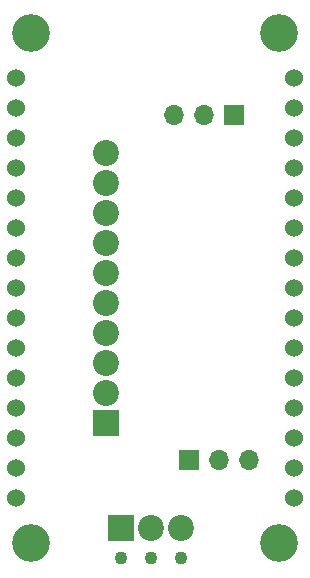
<source format=gbr>
%TF.GenerationSoftware,KiCad,Pcbnew,7.0.10*%
%TF.CreationDate,2024-03-01T13:19:40+01:00*%
%TF.ProjectId,Temp Sensor PCB,54656d70-2053-4656-9e73-6f7220504342,rev?*%
%TF.SameCoordinates,Original*%
%TF.FileFunction,Soldermask,Top*%
%TF.FilePolarity,Negative*%
%FSLAX46Y46*%
G04 Gerber Fmt 4.6, Leading zero omitted, Abs format (unit mm)*
G04 Created by KiCad (PCBNEW 7.0.10) date 2024-03-01 13:19:40*
%MOMM*%
%LPD*%
G01*
G04 APERTURE LIST*
%ADD10R,1.700000X1.700000*%
%ADD11O,1.700000X1.700000*%
%ADD12R,2.200000X2.200000*%
%ADD13C,2.200000*%
%ADD14C,3.200000*%
%ADD15C,1.100000*%
%ADD16C,1.524000*%
G04 APERTURE END LIST*
D10*
%TO.C,J4*%
X150495000Y-76835000D03*
D11*
X147955000Y-76835000D03*
X145415000Y-76835000D03*
%TD*%
D12*
%TO.C,J2*%
X139700000Y-102870000D03*
D13*
X139700000Y-100330000D03*
X139700000Y-97790000D03*
X139700000Y-95250000D03*
X139700000Y-92710000D03*
X139700000Y-90170000D03*
X139700000Y-87630000D03*
X139700000Y-85090000D03*
X139700000Y-82550000D03*
X139700000Y-80010000D03*
%TD*%
D14*
%TO.C,H4*%
X154305000Y-113030000D03*
%TD*%
%TO.C,H2*%
X154305000Y-69850000D03*
%TD*%
D10*
%TO.C,J3*%
X146685000Y-106045000D03*
D11*
X149225000Y-106045000D03*
X151765000Y-106045000D03*
%TD*%
D14*
%TO.C,H1*%
X133350000Y-69850000D03*
%TD*%
%TO.C,H3*%
X133350000Y-113030000D03*
%TD*%
D15*
%TO.C,J1*%
X140970000Y-114300000D03*
X143510000Y-114300000D03*
X146050000Y-114300000D03*
D12*
X140970000Y-111760000D03*
D13*
X143510000Y-111760000D03*
X146050000Y-111760000D03*
%TD*%
D16*
%TO.C,U2*%
X155575000Y-73660000D03*
X155575000Y-76200000D03*
X155575000Y-78740000D03*
X155575000Y-81280000D03*
X155575000Y-83820000D03*
X155575000Y-86360000D03*
X155575000Y-88900000D03*
X155575000Y-91440000D03*
X155575000Y-93980000D03*
X155575000Y-96520000D03*
X155575000Y-99060000D03*
X155575000Y-101600000D03*
X155575000Y-104140000D03*
X155575000Y-106680000D03*
X155575000Y-109220000D03*
X132080000Y-109220000D03*
X132080000Y-106680000D03*
X132080000Y-104140000D03*
X132080000Y-101600000D03*
X132080000Y-99060000D03*
X132080000Y-96520000D03*
X132080000Y-93980000D03*
X132080000Y-91440000D03*
X132080000Y-88900000D03*
X132080000Y-86360000D03*
X132080000Y-83820000D03*
X132080000Y-81280000D03*
X132080000Y-78740000D03*
X132080000Y-76200000D03*
X132080000Y-73660000D03*
%TD*%
M02*

</source>
